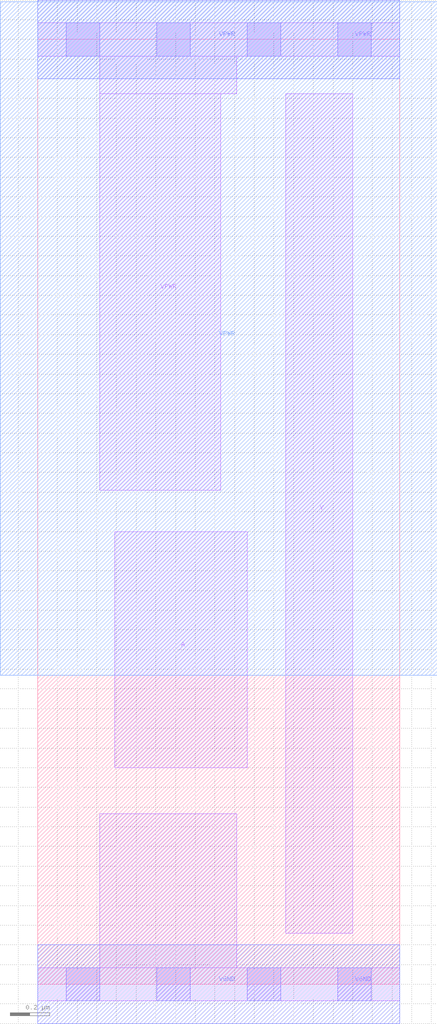
<source format=lef>
VERSION 5.7 ;
  NOWIREEXTENSIONATPIN ON ;
  DIVIDERCHAR "/" ;
  BUSBITCHARS "[]" ;
MACRO thesis_inv
  CLASS CORE ;
  FOREIGN thesis_inv ;
  ORIGIN 0.000 0.000 ;
  SIZE 1.840 BY 4.800 ;
  PIN A
    DIRECTION INPUT ;
    USE SIGNAL ;
    ANTENNAGATEAREA 0.553500 ;
    PORT
      LAYER li1 ;
        RECT 0.390 1.100 1.065 2.300 ;
    END
  END A
  PIN Y
    DIRECTION OUTPUT ;
    USE SIGNAL ;
    ANTENNADIFFAREA 1.642050 ;
    PORT
      LAYER li1 ;
        RECT 1.260 0.260 1.600 4.525 ;
    END
  END Y
  PIN VPWR
    DIRECTION INOUT ;
    USE POWER ;
    PORT
      LAYER nwell ;
        RECT -0.190 1.570 2.030 4.990 ;
      LAYER li1 ;
        RECT 0.000 4.715 1.840 4.885 ;
        RECT 0.315 4.525 1.010 4.715 ;
        RECT 0.315 2.510 0.930 4.525 ;
      LAYER mcon ;
        RECT 0.145 4.715 0.315 4.885 ;
        RECT 0.605 4.715 0.775 4.885 ;
        RECT 1.065 4.715 1.235 4.885 ;
        RECT 1.525 4.715 1.695 4.885 ;
      LAYER met1 ;
        RECT 0.000 4.600 1.840 5.000 ;
    END
  END VPWR
  PIN VGND
    DIRECTION INOUT ;
    USE GROUND ;
    PORT
      LAYER li1 ;
        RECT 0.315 0.085 1.010 0.865 ;
        RECT 0.000 -0.085 1.840 0.085 ;
      LAYER mcon ;
        RECT 0.145 -0.085 0.315 0.085 ;
        RECT 0.605 -0.085 0.775 0.085 ;
        RECT 1.065 -0.085 1.235 0.085 ;
        RECT 1.525 -0.085 1.695 0.085 ;
      LAYER met1 ;
        RECT 0.000 -0.200 1.840 0.200 ;
    END
  END VGND
END thesis_inv
END LIBRARY


</source>
